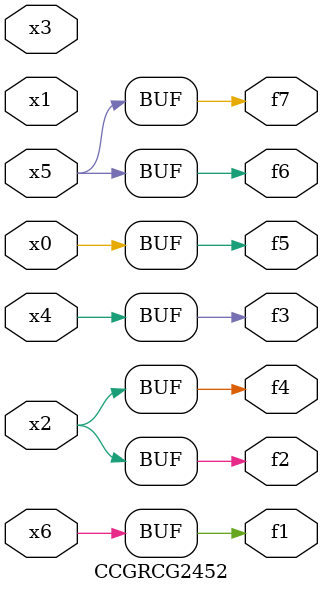
<source format=v>
module CCGRCG2452(
	input x0, x1, x2, x3, x4, x5, x6,
	output f1, f2, f3, f4, f5, f6, f7
);
	assign f1 = x6;
	assign f2 = x2;
	assign f3 = x4;
	assign f4 = x2;
	assign f5 = x0;
	assign f6 = x5;
	assign f7 = x5;
endmodule

</source>
